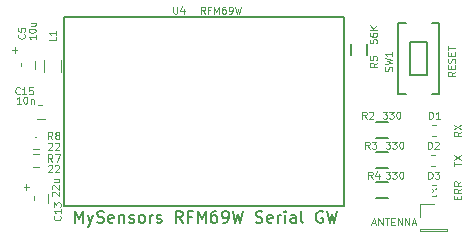
<source format=gto>
G04 #@! TF.GenerationSoftware,KiCad,Pcbnew,no-vcs-found-c20cf4a~58~ubuntu16.04.1*
G04 #@! TF.CreationDate,2017-03-22T17:50:22+02:00*
G04 #@! TF.ProjectId,serial_gw_ATMEGA328P,73657269616C5F67775F41544D454741,rev?*
G04 #@! TF.FileFunction,Legend,Top*
G04 #@! TF.FilePolarity,Positive*
%FSLAX46Y46*%
G04 Gerber Fmt 4.6, Leading zero omitted, Abs format (unit mm)*
G04 Created by KiCad (PCBNEW no-vcs-found-c20cf4a~58~ubuntu16.04.1) date Wed Mar 22 17:50:22 2017*
%MOMM*%
%LPD*%
G01*
G04 APERTURE LIST*
%ADD10C,0.100000*%
%ADD11C,0.120000*%
%ADD12C,0.200000*%
%ADD13C,0.150000*%
%ADD14C,1.901140*%
%ADD15C,3.399740*%
%ADD16R,1.750000X1.750000*%
%ADD17R,1.150000X1.600000*%
%ADD18R,2.000000X2.400000*%
%ADD19R,1.200000X1.200000*%
%ADD20R,1.600000X1.300000*%
%ADD21R,1.300000X1.600000*%
%ADD22R,3.400000X1.600000*%
%ADD23R,1.600000X1.150000*%
%ADD24R,0.800000X1.000000*%
G04 APERTURE END LIST*
D10*
D11*
X77528571Y-78042857D02*
X77071428Y-78042857D01*
X77300000Y-78271428D02*
X77300000Y-77814285D01*
X78071428Y-89642857D02*
X78528571Y-89642857D01*
X78300000Y-89871428D02*
X78300000Y-89414285D01*
D12*
X82424380Y-92654380D02*
X82424380Y-91654380D01*
X82757714Y-92368666D01*
X83091047Y-91654380D01*
X83091047Y-92654380D01*
X83472000Y-91987714D02*
X83710095Y-92654380D01*
X83948190Y-91987714D02*
X83710095Y-92654380D01*
X83614857Y-92892476D01*
X83567238Y-92940095D01*
X83472000Y-92987714D01*
X84281523Y-92606761D02*
X84424380Y-92654380D01*
X84662476Y-92654380D01*
X84757714Y-92606761D01*
X84805333Y-92559142D01*
X84852952Y-92463904D01*
X84852952Y-92368666D01*
X84805333Y-92273428D01*
X84757714Y-92225809D01*
X84662476Y-92178190D01*
X84472000Y-92130571D01*
X84376761Y-92082952D01*
X84329142Y-92035333D01*
X84281523Y-91940095D01*
X84281523Y-91844857D01*
X84329142Y-91749619D01*
X84376761Y-91702000D01*
X84472000Y-91654380D01*
X84710095Y-91654380D01*
X84852952Y-91702000D01*
X85662476Y-92606761D02*
X85567238Y-92654380D01*
X85376761Y-92654380D01*
X85281523Y-92606761D01*
X85233904Y-92511523D01*
X85233904Y-92130571D01*
X85281523Y-92035333D01*
X85376761Y-91987714D01*
X85567238Y-91987714D01*
X85662476Y-92035333D01*
X85710095Y-92130571D01*
X85710095Y-92225809D01*
X85233904Y-92321047D01*
X86138666Y-91987714D02*
X86138666Y-92654380D01*
X86138666Y-92082952D02*
X86186285Y-92035333D01*
X86281523Y-91987714D01*
X86424380Y-91987714D01*
X86519619Y-92035333D01*
X86567238Y-92130571D01*
X86567238Y-92654380D01*
X86995809Y-92606761D02*
X87091047Y-92654380D01*
X87281523Y-92654380D01*
X87376761Y-92606761D01*
X87424380Y-92511523D01*
X87424380Y-92463904D01*
X87376761Y-92368666D01*
X87281523Y-92321047D01*
X87138666Y-92321047D01*
X87043428Y-92273428D01*
X86995809Y-92178190D01*
X86995809Y-92130571D01*
X87043428Y-92035333D01*
X87138666Y-91987714D01*
X87281523Y-91987714D01*
X87376761Y-92035333D01*
X87995809Y-92654380D02*
X87900571Y-92606761D01*
X87852952Y-92559142D01*
X87805333Y-92463904D01*
X87805333Y-92178190D01*
X87852952Y-92082952D01*
X87900571Y-92035333D01*
X87995809Y-91987714D01*
X88138666Y-91987714D01*
X88233904Y-92035333D01*
X88281523Y-92082952D01*
X88329142Y-92178190D01*
X88329142Y-92463904D01*
X88281523Y-92559142D01*
X88233904Y-92606761D01*
X88138666Y-92654380D01*
X87995809Y-92654380D01*
X88757714Y-92654380D02*
X88757714Y-91987714D01*
X88757714Y-92178190D02*
X88805333Y-92082952D01*
X88852952Y-92035333D01*
X88948190Y-91987714D01*
X89043428Y-91987714D01*
X89329142Y-92606761D02*
X89424380Y-92654380D01*
X89614857Y-92654380D01*
X89710095Y-92606761D01*
X89757714Y-92511523D01*
X89757714Y-92463904D01*
X89710095Y-92368666D01*
X89614857Y-92321047D01*
X89472000Y-92321047D01*
X89376761Y-92273428D01*
X89329142Y-92178190D01*
X89329142Y-92130571D01*
X89376761Y-92035333D01*
X89472000Y-91987714D01*
X89614857Y-91987714D01*
X89710095Y-92035333D01*
X91519619Y-92654380D02*
X91186285Y-92178190D01*
X90948190Y-92654380D02*
X90948190Y-91654380D01*
X91329142Y-91654380D01*
X91424380Y-91702000D01*
X91472000Y-91749619D01*
X91519619Y-91844857D01*
X91519619Y-91987714D01*
X91472000Y-92082952D01*
X91424380Y-92130571D01*
X91329142Y-92178190D01*
X90948190Y-92178190D01*
X92281523Y-92130571D02*
X91948190Y-92130571D01*
X91948190Y-92654380D02*
X91948190Y-91654380D01*
X92424380Y-91654380D01*
X92805333Y-92654380D02*
X92805333Y-91654380D01*
X93138666Y-92368666D01*
X93472000Y-91654380D01*
X93472000Y-92654380D01*
X94376761Y-91654380D02*
X94186285Y-91654380D01*
X94091047Y-91702000D01*
X94043428Y-91749619D01*
X93948190Y-91892476D01*
X93900571Y-92082952D01*
X93900571Y-92463904D01*
X93948190Y-92559142D01*
X93995809Y-92606761D01*
X94091047Y-92654380D01*
X94281523Y-92654380D01*
X94376761Y-92606761D01*
X94424380Y-92559142D01*
X94472000Y-92463904D01*
X94472000Y-92225809D01*
X94424380Y-92130571D01*
X94376761Y-92082952D01*
X94281523Y-92035333D01*
X94091047Y-92035333D01*
X93995809Y-92082952D01*
X93948190Y-92130571D01*
X93900571Y-92225809D01*
X94948190Y-92654380D02*
X95138666Y-92654380D01*
X95233904Y-92606761D01*
X95281523Y-92559142D01*
X95376761Y-92416285D01*
X95424380Y-92225809D01*
X95424380Y-91844857D01*
X95376761Y-91749619D01*
X95329142Y-91702000D01*
X95233904Y-91654380D01*
X95043428Y-91654380D01*
X94948190Y-91702000D01*
X94900571Y-91749619D01*
X94852952Y-91844857D01*
X94852952Y-92082952D01*
X94900571Y-92178190D01*
X94948190Y-92225809D01*
X95043428Y-92273428D01*
X95233904Y-92273428D01*
X95329142Y-92225809D01*
X95376761Y-92178190D01*
X95424380Y-92082952D01*
X95757714Y-91654380D02*
X95995809Y-92654380D01*
X96186285Y-91940095D01*
X96376761Y-92654380D01*
X96614857Y-91654380D01*
X97710095Y-92606761D02*
X97852952Y-92654380D01*
X98091047Y-92654380D01*
X98186285Y-92606761D01*
X98233904Y-92559142D01*
X98281523Y-92463904D01*
X98281523Y-92368666D01*
X98233904Y-92273428D01*
X98186285Y-92225809D01*
X98091047Y-92178190D01*
X97900571Y-92130571D01*
X97805333Y-92082952D01*
X97757714Y-92035333D01*
X97710095Y-91940095D01*
X97710095Y-91844857D01*
X97757714Y-91749619D01*
X97805333Y-91702000D01*
X97900571Y-91654380D01*
X98138666Y-91654380D01*
X98281523Y-91702000D01*
X99091047Y-92606761D02*
X98995809Y-92654380D01*
X98805333Y-92654380D01*
X98710095Y-92606761D01*
X98662476Y-92511523D01*
X98662476Y-92130571D01*
X98710095Y-92035333D01*
X98805333Y-91987714D01*
X98995809Y-91987714D01*
X99091047Y-92035333D01*
X99138666Y-92130571D01*
X99138666Y-92225809D01*
X98662476Y-92321047D01*
X99567238Y-92654380D02*
X99567238Y-91987714D01*
X99567238Y-92178190D02*
X99614857Y-92082952D01*
X99662476Y-92035333D01*
X99757714Y-91987714D01*
X99852952Y-91987714D01*
X100186285Y-92654380D02*
X100186285Y-91987714D01*
X100186285Y-91654380D02*
X100138666Y-91702000D01*
X100186285Y-91749619D01*
X100233904Y-91702000D01*
X100186285Y-91654380D01*
X100186285Y-91749619D01*
X101091047Y-92654380D02*
X101091047Y-92130571D01*
X101043428Y-92035333D01*
X100948190Y-91987714D01*
X100757714Y-91987714D01*
X100662476Y-92035333D01*
X101091047Y-92606761D02*
X100995809Y-92654380D01*
X100757714Y-92654380D01*
X100662476Y-92606761D01*
X100614857Y-92511523D01*
X100614857Y-92416285D01*
X100662476Y-92321047D01*
X100757714Y-92273428D01*
X100995809Y-92273428D01*
X101091047Y-92225809D01*
X101710095Y-92654380D02*
X101614857Y-92606761D01*
X101567238Y-92511523D01*
X101567238Y-91654380D01*
X103376761Y-91702000D02*
X103281523Y-91654380D01*
X103138666Y-91654380D01*
X102995809Y-91702000D01*
X102900571Y-91797238D01*
X102852952Y-91892476D01*
X102805333Y-92082952D01*
X102805333Y-92225809D01*
X102852952Y-92416285D01*
X102900571Y-92511523D01*
X102995809Y-92606761D01*
X103138666Y-92654380D01*
X103233904Y-92654380D01*
X103376761Y-92606761D01*
X103424380Y-92559142D01*
X103424380Y-92225809D01*
X103233904Y-92225809D01*
X103757714Y-91654380D02*
X103995809Y-92654380D01*
X104186285Y-91940095D01*
X104376761Y-92654380D01*
X104614857Y-91654380D01*
D11*
X111656000Y-93202000D02*
X111656000Y-93322000D01*
X111656000Y-93322000D02*
X113896000Y-93322000D01*
X113896000Y-93322000D02*
X113896000Y-93202000D01*
X113896000Y-93202000D02*
X111656000Y-93202000D01*
X111656000Y-92202000D02*
X111656000Y-91082000D01*
X111656000Y-91082000D02*
X112776000Y-91082000D01*
X80102000Y-90262000D02*
X80102000Y-90962000D01*
X78902000Y-90962000D02*
X78902000Y-90262000D01*
D13*
X110806000Y-80140000D02*
X110806000Y-77340000D01*
X110806000Y-77340000D02*
X112206000Y-77340000D01*
X112206000Y-77340000D02*
X112206000Y-80140000D01*
X112206000Y-80140000D02*
X110806000Y-80140000D01*
X109756000Y-75740000D02*
X110406000Y-75740000D01*
X113256000Y-75740000D02*
X112606000Y-75740000D01*
X112606000Y-81740000D02*
X113256000Y-81740000D01*
X109756000Y-81740000D02*
X110406000Y-81740000D01*
X109756000Y-75740000D02*
X109756000Y-81740000D01*
X113256000Y-81740000D02*
X113256000Y-75740000D01*
D11*
X114114000Y-85336000D02*
X112014000Y-85336000D01*
X114114000Y-84336000D02*
X112014000Y-84336000D01*
X114114000Y-85336000D02*
X114114000Y-84336000D01*
X114038000Y-87876000D02*
X114038000Y-86876000D01*
X114038000Y-86876000D02*
X111938000Y-86876000D01*
X114038000Y-87876000D02*
X111938000Y-87876000D01*
X114114000Y-90416000D02*
X112014000Y-90416000D01*
X114114000Y-89416000D02*
X112014000Y-89416000D01*
X114114000Y-90416000D02*
X114114000Y-89416000D01*
D13*
X107874000Y-84161000D02*
X108874000Y-84161000D01*
X108874000Y-85511000D02*
X107874000Y-85511000D01*
X108874000Y-88051000D02*
X107874000Y-88051000D01*
X107874000Y-86701000D02*
X108874000Y-86701000D01*
X107874000Y-89241000D02*
X108874000Y-89241000D01*
X108874000Y-90591000D02*
X107874000Y-90591000D01*
X105751000Y-78478000D02*
X105751000Y-77478000D01*
X107101000Y-77478000D02*
X107101000Y-78478000D01*
X81480000Y-75264000D02*
X105180000Y-75264000D01*
X105180000Y-75264000D02*
X105180000Y-91264000D01*
X105180000Y-91264000D02*
X81480000Y-91264000D01*
X81480000Y-91264000D02*
X81480000Y-75264000D01*
D11*
X79820000Y-79900000D02*
X79820000Y-78900000D01*
X81180000Y-78900000D02*
X81180000Y-79900000D01*
X77800000Y-79650000D02*
X77800000Y-78950000D01*
X79000000Y-78950000D02*
X79000000Y-79650000D01*
X79150000Y-82700000D02*
X79850000Y-82700000D01*
X79850000Y-83900000D02*
X79150000Y-83900000D01*
X78850000Y-87930000D02*
X79350000Y-87930000D01*
X79350000Y-86870000D02*
X78850000Y-86870000D01*
X79350000Y-85370000D02*
X78850000Y-85370000D01*
X78850000Y-86430000D02*
X79350000Y-86430000D01*
X112333142Y-90353428D02*
X112333142Y-89753428D01*
X112561714Y-89753428D01*
X112618857Y-89782000D01*
X112647428Y-89810571D01*
X112676000Y-89867714D01*
X112676000Y-89953428D01*
X112647428Y-90010571D01*
X112618857Y-90039142D01*
X112561714Y-90067714D01*
X112333142Y-90067714D01*
X112904571Y-89810571D02*
X112933142Y-89782000D01*
X112990285Y-89753428D01*
X113133142Y-89753428D01*
X113190285Y-89782000D01*
X113218857Y-89810571D01*
X113247428Y-89867714D01*
X113247428Y-89924857D01*
X113218857Y-90010571D01*
X112876000Y-90353428D01*
X113247428Y-90353428D01*
X107557142Y-92700000D02*
X107842857Y-92700000D01*
X107500000Y-92871428D02*
X107700000Y-92271428D01*
X107900000Y-92871428D01*
X108100000Y-92871428D02*
X108100000Y-92271428D01*
X108442857Y-92871428D01*
X108442857Y-92271428D01*
X108642857Y-92271428D02*
X108985714Y-92271428D01*
X108814285Y-92871428D02*
X108814285Y-92271428D01*
X109185714Y-92557142D02*
X109385714Y-92557142D01*
X109471428Y-92871428D02*
X109185714Y-92871428D01*
X109185714Y-92271428D01*
X109471428Y-92271428D01*
X109728571Y-92871428D02*
X109728571Y-92271428D01*
X110071428Y-92871428D01*
X110071428Y-92271428D01*
X110357142Y-92871428D02*
X110357142Y-92271428D01*
X110700000Y-92871428D01*
X110700000Y-92271428D01*
X110957142Y-92700000D02*
X111242857Y-92700000D01*
X110900000Y-92871428D02*
X111100000Y-92271428D01*
X111300000Y-92871428D01*
X81130285Y-92079714D02*
X81158857Y-92108285D01*
X81187428Y-92194000D01*
X81187428Y-92251142D01*
X81158857Y-92336857D01*
X81101714Y-92394000D01*
X81044571Y-92422571D01*
X80930285Y-92451142D01*
X80844571Y-92451142D01*
X80730285Y-92422571D01*
X80673142Y-92394000D01*
X80616000Y-92336857D01*
X80587428Y-92251142D01*
X80587428Y-92194000D01*
X80616000Y-92108285D01*
X80644571Y-92079714D01*
X81187428Y-91508285D02*
X81187428Y-91851142D01*
X81187428Y-91679714D02*
X80587428Y-91679714D01*
X80673142Y-91736857D01*
X80730285Y-91794000D01*
X80758857Y-91851142D01*
X80587428Y-91308285D02*
X80587428Y-90936857D01*
X80816000Y-91136857D01*
X80816000Y-91051142D01*
X80844571Y-90994000D01*
X80873142Y-90965428D01*
X80930285Y-90936857D01*
X81073142Y-90936857D01*
X81130285Y-90965428D01*
X81158857Y-90994000D01*
X81187428Y-91051142D01*
X81187428Y-91222571D01*
X81158857Y-91279714D01*
X81130285Y-91308285D01*
X80500571Y-90390571D02*
X80472000Y-90362000D01*
X80443428Y-90304857D01*
X80443428Y-90162000D01*
X80472000Y-90104857D01*
X80500571Y-90076285D01*
X80557714Y-90047714D01*
X80614857Y-90047714D01*
X80700571Y-90076285D01*
X81043428Y-90419142D01*
X81043428Y-90047714D01*
X80500571Y-89819142D02*
X80472000Y-89790571D01*
X80443428Y-89733428D01*
X80443428Y-89590571D01*
X80472000Y-89533428D01*
X80500571Y-89504857D01*
X80557714Y-89476285D01*
X80614857Y-89476285D01*
X80700571Y-89504857D01*
X81043428Y-89847714D01*
X81043428Y-89476285D01*
X80643428Y-88962000D02*
X81043428Y-88962000D01*
X80643428Y-89219142D02*
X80957714Y-89219142D01*
X81014857Y-89190571D01*
X81043428Y-89133428D01*
X81043428Y-89047714D01*
X81014857Y-88990571D01*
X80986285Y-88962000D01*
X109208857Y-79794000D02*
X109237428Y-79708285D01*
X109237428Y-79565428D01*
X109208857Y-79508285D01*
X109180285Y-79479714D01*
X109123142Y-79451142D01*
X109066000Y-79451142D01*
X109008857Y-79479714D01*
X108980285Y-79508285D01*
X108951714Y-79565428D01*
X108923142Y-79679714D01*
X108894571Y-79736857D01*
X108866000Y-79765428D01*
X108808857Y-79794000D01*
X108751714Y-79794000D01*
X108694571Y-79765428D01*
X108666000Y-79736857D01*
X108637428Y-79679714D01*
X108637428Y-79536857D01*
X108666000Y-79451142D01*
X108637428Y-79251142D02*
X109237428Y-79108285D01*
X108808857Y-78994000D01*
X109237428Y-78879714D01*
X108637428Y-78736857D01*
X109237428Y-78194000D02*
X109237428Y-78536857D01*
X109237428Y-78365428D02*
X108637428Y-78365428D01*
X108723142Y-78422571D01*
X108780285Y-78479714D01*
X108808857Y-78536857D01*
X114571428Y-79865428D02*
X114285714Y-80065428D01*
X114571428Y-80208285D02*
X113971428Y-80208285D01*
X113971428Y-79979714D01*
X114000000Y-79922571D01*
X114028571Y-79894000D01*
X114085714Y-79865428D01*
X114171428Y-79865428D01*
X114228571Y-79894000D01*
X114257142Y-79922571D01*
X114285714Y-79979714D01*
X114285714Y-80208285D01*
X114257142Y-79608285D02*
X114257142Y-79408285D01*
X114571428Y-79322571D02*
X114571428Y-79608285D01*
X113971428Y-79608285D01*
X113971428Y-79322571D01*
X114542857Y-79094000D02*
X114571428Y-79008285D01*
X114571428Y-78865428D01*
X114542857Y-78808285D01*
X114514285Y-78779714D01*
X114457142Y-78751142D01*
X114400000Y-78751142D01*
X114342857Y-78779714D01*
X114314285Y-78808285D01*
X114285714Y-78865428D01*
X114257142Y-78979714D01*
X114228571Y-79036857D01*
X114200000Y-79065428D01*
X114142857Y-79094000D01*
X114085714Y-79094000D01*
X114028571Y-79065428D01*
X114000000Y-79036857D01*
X113971428Y-78979714D01*
X113971428Y-78836857D01*
X114000000Y-78751142D01*
X114257142Y-78494000D02*
X114257142Y-78294000D01*
X114571428Y-78208285D02*
X114571428Y-78494000D01*
X113971428Y-78494000D01*
X113971428Y-78208285D01*
X113971428Y-78036857D02*
X113971428Y-77694000D01*
X114571428Y-77865428D02*
X113971428Y-77865428D01*
X112371142Y-83837428D02*
X112371142Y-83237428D01*
X112514000Y-83237428D01*
X112599714Y-83266000D01*
X112656857Y-83323142D01*
X112685428Y-83380285D01*
X112714000Y-83494571D01*
X112714000Y-83580285D01*
X112685428Y-83694571D01*
X112656857Y-83751714D01*
X112599714Y-83808857D01*
X112514000Y-83837428D01*
X112371142Y-83837428D01*
X113285428Y-83837428D02*
X112942571Y-83837428D01*
X113114000Y-83837428D02*
X113114000Y-83237428D01*
X113056857Y-83323142D01*
X112999714Y-83380285D01*
X112942571Y-83408857D01*
X115079428Y-84936000D02*
X114793714Y-85136000D01*
X115079428Y-85278857D02*
X114479428Y-85278857D01*
X114479428Y-85050285D01*
X114508000Y-84993142D01*
X114536571Y-84964571D01*
X114593714Y-84936000D01*
X114679428Y-84936000D01*
X114736571Y-84964571D01*
X114765142Y-84993142D01*
X114793714Y-85050285D01*
X114793714Y-85278857D01*
X114479428Y-84736000D02*
X115079428Y-84336000D01*
X114479428Y-84336000D02*
X115079428Y-84736000D01*
X112295142Y-86377428D02*
X112295142Y-85777428D01*
X112438000Y-85777428D01*
X112523714Y-85806000D01*
X112580857Y-85863142D01*
X112609428Y-85920285D01*
X112638000Y-86034571D01*
X112638000Y-86120285D01*
X112609428Y-86234571D01*
X112580857Y-86291714D01*
X112523714Y-86348857D01*
X112438000Y-86377428D01*
X112295142Y-86377428D01*
X112866571Y-85834571D02*
X112895142Y-85806000D01*
X112952285Y-85777428D01*
X113095142Y-85777428D01*
X113152285Y-85806000D01*
X113180857Y-85834571D01*
X113209428Y-85891714D01*
X113209428Y-85948857D01*
X113180857Y-86034571D01*
X112838000Y-86377428D01*
X113209428Y-86377428D01*
X114479428Y-87833142D02*
X114479428Y-87490285D01*
X115079428Y-87661714D02*
X114479428Y-87661714D01*
X114479428Y-87347428D02*
X115079428Y-86947428D01*
X114479428Y-86947428D02*
X115079428Y-87347428D01*
X112333142Y-88917428D02*
X112333142Y-88317428D01*
X112476000Y-88317428D01*
X112561714Y-88346000D01*
X112618857Y-88403142D01*
X112647428Y-88460285D01*
X112676000Y-88574571D01*
X112676000Y-88660285D01*
X112647428Y-88774571D01*
X112618857Y-88831714D01*
X112561714Y-88888857D01*
X112476000Y-88917428D01*
X112333142Y-88917428D01*
X112876000Y-88317428D02*
X113247428Y-88317428D01*
X113047428Y-88546000D01*
X113133142Y-88546000D01*
X113190285Y-88574571D01*
X113218857Y-88603142D01*
X113247428Y-88660285D01*
X113247428Y-88803142D01*
X113218857Y-88860285D01*
X113190285Y-88888857D01*
X113133142Y-88917428D01*
X112961714Y-88917428D01*
X112904571Y-88888857D01*
X112876000Y-88860285D01*
X114765142Y-90644571D02*
X114765142Y-90444571D01*
X115079428Y-90358857D02*
X115079428Y-90644571D01*
X114479428Y-90644571D01*
X114479428Y-90358857D01*
X115079428Y-89758857D02*
X114793714Y-89958857D01*
X115079428Y-90101714D02*
X114479428Y-90101714D01*
X114479428Y-89873142D01*
X114508000Y-89816000D01*
X114536571Y-89787428D01*
X114593714Y-89758857D01*
X114679428Y-89758857D01*
X114736571Y-89787428D01*
X114765142Y-89816000D01*
X114793714Y-89873142D01*
X114793714Y-90101714D01*
X115079428Y-89158857D02*
X114793714Y-89358857D01*
X115079428Y-89501714D02*
X114479428Y-89501714D01*
X114479428Y-89273142D01*
X114508000Y-89216000D01*
X114536571Y-89187428D01*
X114593714Y-89158857D01*
X114679428Y-89158857D01*
X114736571Y-89187428D01*
X114765142Y-89216000D01*
X114793714Y-89273142D01*
X114793714Y-89501714D01*
X107088000Y-83837428D02*
X106888000Y-83551714D01*
X106745142Y-83837428D02*
X106745142Y-83237428D01*
X106973714Y-83237428D01*
X107030857Y-83266000D01*
X107059428Y-83294571D01*
X107088000Y-83351714D01*
X107088000Y-83437428D01*
X107059428Y-83494571D01*
X107030857Y-83523142D01*
X106973714Y-83551714D01*
X106745142Y-83551714D01*
X107316571Y-83294571D02*
X107345142Y-83266000D01*
X107402285Y-83237428D01*
X107545142Y-83237428D01*
X107602285Y-83266000D01*
X107630857Y-83294571D01*
X107659428Y-83351714D01*
X107659428Y-83408857D01*
X107630857Y-83494571D01*
X107288000Y-83837428D01*
X107659428Y-83837428D01*
X108448571Y-83237428D02*
X108820000Y-83237428D01*
X108620000Y-83466000D01*
X108705714Y-83466000D01*
X108762857Y-83494571D01*
X108791428Y-83523142D01*
X108820000Y-83580285D01*
X108820000Y-83723142D01*
X108791428Y-83780285D01*
X108762857Y-83808857D01*
X108705714Y-83837428D01*
X108534285Y-83837428D01*
X108477142Y-83808857D01*
X108448571Y-83780285D01*
X109020000Y-83237428D02*
X109391428Y-83237428D01*
X109191428Y-83466000D01*
X109277142Y-83466000D01*
X109334285Y-83494571D01*
X109362857Y-83523142D01*
X109391428Y-83580285D01*
X109391428Y-83723142D01*
X109362857Y-83780285D01*
X109334285Y-83808857D01*
X109277142Y-83837428D01*
X109105714Y-83837428D01*
X109048571Y-83808857D01*
X109020000Y-83780285D01*
X109762857Y-83237428D02*
X109820000Y-83237428D01*
X109877142Y-83266000D01*
X109905714Y-83294571D01*
X109934285Y-83351714D01*
X109962857Y-83466000D01*
X109962857Y-83608857D01*
X109934285Y-83723142D01*
X109905714Y-83780285D01*
X109877142Y-83808857D01*
X109820000Y-83837428D01*
X109762857Y-83837428D01*
X109705714Y-83808857D01*
X109677142Y-83780285D01*
X109648571Y-83723142D01*
X109620000Y-83608857D01*
X109620000Y-83466000D01*
X109648571Y-83351714D01*
X109677142Y-83294571D01*
X109705714Y-83266000D01*
X109762857Y-83237428D01*
X107342000Y-86377428D02*
X107142000Y-86091714D01*
X106999142Y-86377428D02*
X106999142Y-85777428D01*
X107227714Y-85777428D01*
X107284857Y-85806000D01*
X107313428Y-85834571D01*
X107342000Y-85891714D01*
X107342000Y-85977428D01*
X107313428Y-86034571D01*
X107284857Y-86063142D01*
X107227714Y-86091714D01*
X106999142Y-86091714D01*
X107542000Y-85777428D02*
X107913428Y-85777428D01*
X107713428Y-86006000D01*
X107799142Y-86006000D01*
X107856285Y-86034571D01*
X107884857Y-86063142D01*
X107913428Y-86120285D01*
X107913428Y-86263142D01*
X107884857Y-86320285D01*
X107856285Y-86348857D01*
X107799142Y-86377428D01*
X107627714Y-86377428D01*
X107570571Y-86348857D01*
X107542000Y-86320285D01*
X108702571Y-85777428D02*
X109074000Y-85777428D01*
X108874000Y-86006000D01*
X108959714Y-86006000D01*
X109016857Y-86034571D01*
X109045428Y-86063142D01*
X109074000Y-86120285D01*
X109074000Y-86263142D01*
X109045428Y-86320285D01*
X109016857Y-86348857D01*
X108959714Y-86377428D01*
X108788285Y-86377428D01*
X108731142Y-86348857D01*
X108702571Y-86320285D01*
X109274000Y-85777428D02*
X109645428Y-85777428D01*
X109445428Y-86006000D01*
X109531142Y-86006000D01*
X109588285Y-86034571D01*
X109616857Y-86063142D01*
X109645428Y-86120285D01*
X109645428Y-86263142D01*
X109616857Y-86320285D01*
X109588285Y-86348857D01*
X109531142Y-86377428D01*
X109359714Y-86377428D01*
X109302571Y-86348857D01*
X109274000Y-86320285D01*
X110016857Y-85777428D02*
X110074000Y-85777428D01*
X110131142Y-85806000D01*
X110159714Y-85834571D01*
X110188285Y-85891714D01*
X110216857Y-86006000D01*
X110216857Y-86148857D01*
X110188285Y-86263142D01*
X110159714Y-86320285D01*
X110131142Y-86348857D01*
X110074000Y-86377428D01*
X110016857Y-86377428D01*
X109959714Y-86348857D01*
X109931142Y-86320285D01*
X109902571Y-86263142D01*
X109874000Y-86148857D01*
X109874000Y-86006000D01*
X109902571Y-85891714D01*
X109931142Y-85834571D01*
X109959714Y-85806000D01*
X110016857Y-85777428D01*
X107596000Y-88917428D02*
X107396000Y-88631714D01*
X107253142Y-88917428D02*
X107253142Y-88317428D01*
X107481714Y-88317428D01*
X107538857Y-88346000D01*
X107567428Y-88374571D01*
X107596000Y-88431714D01*
X107596000Y-88517428D01*
X107567428Y-88574571D01*
X107538857Y-88603142D01*
X107481714Y-88631714D01*
X107253142Y-88631714D01*
X108110285Y-88517428D02*
X108110285Y-88917428D01*
X107967428Y-88288857D02*
X107824571Y-88717428D01*
X108196000Y-88717428D01*
X108702571Y-88317428D02*
X109074000Y-88317428D01*
X108874000Y-88546000D01*
X108959714Y-88546000D01*
X109016857Y-88574571D01*
X109045428Y-88603142D01*
X109074000Y-88660285D01*
X109074000Y-88803142D01*
X109045428Y-88860285D01*
X109016857Y-88888857D01*
X108959714Y-88917428D01*
X108788285Y-88917428D01*
X108731142Y-88888857D01*
X108702571Y-88860285D01*
X109274000Y-88317428D02*
X109645428Y-88317428D01*
X109445428Y-88546000D01*
X109531142Y-88546000D01*
X109588285Y-88574571D01*
X109616857Y-88603142D01*
X109645428Y-88660285D01*
X109645428Y-88803142D01*
X109616857Y-88860285D01*
X109588285Y-88888857D01*
X109531142Y-88917428D01*
X109359714Y-88917428D01*
X109302571Y-88888857D01*
X109274000Y-88860285D01*
X110016857Y-88317428D02*
X110074000Y-88317428D01*
X110131142Y-88346000D01*
X110159714Y-88374571D01*
X110188285Y-88431714D01*
X110216857Y-88546000D01*
X110216857Y-88688857D01*
X110188285Y-88803142D01*
X110159714Y-88860285D01*
X110131142Y-88888857D01*
X110074000Y-88917428D01*
X110016857Y-88917428D01*
X109959714Y-88888857D01*
X109931142Y-88860285D01*
X109902571Y-88803142D01*
X109874000Y-88688857D01*
X109874000Y-88546000D01*
X109902571Y-88431714D01*
X109931142Y-88374571D01*
X109959714Y-88346000D01*
X110016857Y-88317428D01*
X107967428Y-79094000D02*
X107681714Y-79294000D01*
X107967428Y-79436857D02*
X107367428Y-79436857D01*
X107367428Y-79208285D01*
X107396000Y-79151142D01*
X107424571Y-79122571D01*
X107481714Y-79094000D01*
X107567428Y-79094000D01*
X107624571Y-79122571D01*
X107653142Y-79151142D01*
X107681714Y-79208285D01*
X107681714Y-79436857D01*
X107367428Y-78551142D02*
X107367428Y-78836857D01*
X107653142Y-78865428D01*
X107624571Y-78836857D01*
X107596000Y-78779714D01*
X107596000Y-78636857D01*
X107624571Y-78579714D01*
X107653142Y-78551142D01*
X107710285Y-78522571D01*
X107853142Y-78522571D01*
X107910285Y-78551142D01*
X107938857Y-78579714D01*
X107967428Y-78636857D01*
X107967428Y-78779714D01*
X107938857Y-78836857D01*
X107910285Y-78865428D01*
X107367428Y-77150857D02*
X107367428Y-77436571D01*
X107653142Y-77465142D01*
X107624571Y-77436571D01*
X107596000Y-77379428D01*
X107596000Y-77236571D01*
X107624571Y-77179428D01*
X107653142Y-77150857D01*
X107710285Y-77122285D01*
X107853142Y-77122285D01*
X107910285Y-77150857D01*
X107938857Y-77179428D01*
X107967428Y-77236571D01*
X107967428Y-77379428D01*
X107938857Y-77436571D01*
X107910285Y-77465142D01*
X107367428Y-76608000D02*
X107367428Y-76722285D01*
X107396000Y-76779428D01*
X107424571Y-76808000D01*
X107510285Y-76865142D01*
X107624571Y-76893714D01*
X107853142Y-76893714D01*
X107910285Y-76865142D01*
X107938857Y-76836571D01*
X107967428Y-76779428D01*
X107967428Y-76665142D01*
X107938857Y-76608000D01*
X107910285Y-76579428D01*
X107853142Y-76550857D01*
X107710285Y-76550857D01*
X107653142Y-76579428D01*
X107624571Y-76608000D01*
X107596000Y-76665142D01*
X107596000Y-76779428D01*
X107624571Y-76836571D01*
X107653142Y-76865142D01*
X107710285Y-76893714D01*
X107967428Y-76293714D02*
X107367428Y-76293714D01*
X107967428Y-75950857D02*
X107624571Y-76208000D01*
X107367428Y-75950857D02*
X107710285Y-76293714D01*
X90728857Y-74347428D02*
X90728857Y-74833142D01*
X90757428Y-74890285D01*
X90786000Y-74918857D01*
X90843142Y-74947428D01*
X90957428Y-74947428D01*
X91014571Y-74918857D01*
X91043142Y-74890285D01*
X91071714Y-74833142D01*
X91071714Y-74347428D01*
X91614571Y-74547428D02*
X91614571Y-74947428D01*
X91471714Y-74318857D02*
X91328857Y-74747428D01*
X91700285Y-74747428D01*
X93413428Y-74947428D02*
X93213428Y-74661714D01*
X93070571Y-74947428D02*
X93070571Y-74347428D01*
X93299142Y-74347428D01*
X93356285Y-74376000D01*
X93384857Y-74404571D01*
X93413428Y-74461714D01*
X93413428Y-74547428D01*
X93384857Y-74604571D01*
X93356285Y-74633142D01*
X93299142Y-74661714D01*
X93070571Y-74661714D01*
X93870571Y-74633142D02*
X93670571Y-74633142D01*
X93670571Y-74947428D02*
X93670571Y-74347428D01*
X93956285Y-74347428D01*
X94184857Y-74947428D02*
X94184857Y-74347428D01*
X94384857Y-74776000D01*
X94584857Y-74347428D01*
X94584857Y-74947428D01*
X95127714Y-74347428D02*
X95013428Y-74347428D01*
X94956285Y-74376000D01*
X94927714Y-74404571D01*
X94870571Y-74490285D01*
X94842000Y-74604571D01*
X94842000Y-74833142D01*
X94870571Y-74890285D01*
X94899142Y-74918857D01*
X94956285Y-74947428D01*
X95070571Y-74947428D01*
X95127714Y-74918857D01*
X95156285Y-74890285D01*
X95184857Y-74833142D01*
X95184857Y-74690285D01*
X95156285Y-74633142D01*
X95127714Y-74604571D01*
X95070571Y-74576000D01*
X94956285Y-74576000D01*
X94899142Y-74604571D01*
X94870571Y-74633142D01*
X94842000Y-74690285D01*
X95470571Y-74947428D02*
X95584857Y-74947428D01*
X95642000Y-74918857D01*
X95670571Y-74890285D01*
X95727714Y-74804571D01*
X95756285Y-74690285D01*
X95756285Y-74461714D01*
X95727714Y-74404571D01*
X95699142Y-74376000D01*
X95642000Y-74347428D01*
X95527714Y-74347428D01*
X95470571Y-74376000D01*
X95442000Y-74404571D01*
X95413428Y-74461714D01*
X95413428Y-74604571D01*
X95442000Y-74661714D01*
X95470571Y-74690285D01*
X95527714Y-74718857D01*
X95642000Y-74718857D01*
X95699142Y-74690285D01*
X95727714Y-74661714D01*
X95756285Y-74604571D01*
X95956285Y-74347428D02*
X96099142Y-74947428D01*
X96213428Y-74518857D01*
X96327714Y-74947428D01*
X96470571Y-74347428D01*
X80771428Y-76900000D02*
X80771428Y-77185714D01*
X80171428Y-77185714D01*
X80771428Y-76385714D02*
X80771428Y-76728571D01*
X80771428Y-76557142D02*
X80171428Y-76557142D01*
X80257142Y-76614285D01*
X80314285Y-76671428D01*
X80342857Y-76728571D01*
X78114285Y-76700000D02*
X78142857Y-76728571D01*
X78171428Y-76814285D01*
X78171428Y-76871428D01*
X78142857Y-76957142D01*
X78085714Y-77014285D01*
X78028571Y-77042857D01*
X77914285Y-77071428D01*
X77828571Y-77071428D01*
X77714285Y-77042857D01*
X77657142Y-77014285D01*
X77600000Y-76957142D01*
X77571428Y-76871428D01*
X77571428Y-76814285D01*
X77600000Y-76728571D01*
X77628571Y-76700000D01*
X77571428Y-76157142D02*
X77571428Y-76442857D01*
X77857142Y-76471428D01*
X77828571Y-76442857D01*
X77800000Y-76385714D01*
X77800000Y-76242857D01*
X77828571Y-76185714D01*
X77857142Y-76157142D01*
X77914285Y-76128571D01*
X78057142Y-76128571D01*
X78114285Y-76157142D01*
X78142857Y-76185714D01*
X78171428Y-76242857D01*
X78171428Y-76385714D01*
X78142857Y-76442857D01*
X78114285Y-76471428D01*
X79071428Y-76785714D02*
X79071428Y-77128571D01*
X79071428Y-76957142D02*
X78471428Y-76957142D01*
X78557142Y-77014285D01*
X78614285Y-77071428D01*
X78642857Y-77128571D01*
X78471428Y-76414285D02*
X78471428Y-76357142D01*
X78500000Y-76300000D01*
X78528571Y-76271428D01*
X78585714Y-76242857D01*
X78700000Y-76214285D01*
X78842857Y-76214285D01*
X78957142Y-76242857D01*
X79014285Y-76271428D01*
X79042857Y-76300000D01*
X79071428Y-76357142D01*
X79071428Y-76414285D01*
X79042857Y-76471428D01*
X79014285Y-76500000D01*
X78957142Y-76528571D01*
X78842857Y-76557142D01*
X78700000Y-76557142D01*
X78585714Y-76528571D01*
X78528571Y-76500000D01*
X78500000Y-76471428D01*
X78471428Y-76414285D01*
X78671428Y-75700000D02*
X79071428Y-75700000D01*
X78671428Y-75957142D02*
X78985714Y-75957142D01*
X79042857Y-75928571D01*
X79071428Y-75871428D01*
X79071428Y-75785714D01*
X79042857Y-75728571D01*
X79014285Y-75700000D01*
X77714285Y-81714285D02*
X77685714Y-81742857D01*
X77600000Y-81771428D01*
X77542857Y-81771428D01*
X77457142Y-81742857D01*
X77400000Y-81685714D01*
X77371428Y-81628571D01*
X77342857Y-81514285D01*
X77342857Y-81428571D01*
X77371428Y-81314285D01*
X77400000Y-81257142D01*
X77457142Y-81200000D01*
X77542857Y-81171428D01*
X77600000Y-81171428D01*
X77685714Y-81200000D01*
X77714285Y-81228571D01*
X78285714Y-81771428D02*
X77942857Y-81771428D01*
X78114285Y-81771428D02*
X78114285Y-81171428D01*
X78057142Y-81257142D01*
X78000000Y-81314285D01*
X77942857Y-81342857D01*
X78828571Y-81171428D02*
X78542857Y-81171428D01*
X78514285Y-81457142D01*
X78542857Y-81428571D01*
X78600000Y-81400000D01*
X78742857Y-81400000D01*
X78800000Y-81428571D01*
X78828571Y-81457142D01*
X78857142Y-81514285D01*
X78857142Y-81657142D01*
X78828571Y-81714285D01*
X78800000Y-81742857D01*
X78742857Y-81771428D01*
X78600000Y-81771428D01*
X78542857Y-81742857D01*
X78514285Y-81714285D01*
X77814285Y-82571428D02*
X77471428Y-82571428D01*
X77642857Y-82571428D02*
X77642857Y-81971428D01*
X77585714Y-82057142D01*
X77528571Y-82114285D01*
X77471428Y-82142857D01*
X78185714Y-81971428D02*
X78242857Y-81971428D01*
X78300000Y-82000000D01*
X78328571Y-82028571D01*
X78357142Y-82085714D01*
X78385714Y-82200000D01*
X78385714Y-82342857D01*
X78357142Y-82457142D01*
X78328571Y-82514285D01*
X78300000Y-82542857D01*
X78242857Y-82571428D01*
X78185714Y-82571428D01*
X78128571Y-82542857D01*
X78100000Y-82514285D01*
X78071428Y-82457142D01*
X78042857Y-82342857D01*
X78042857Y-82200000D01*
X78071428Y-82085714D01*
X78100000Y-82028571D01*
X78128571Y-82000000D01*
X78185714Y-81971428D01*
X78642857Y-82171428D02*
X78642857Y-82571428D01*
X78642857Y-82228571D02*
X78671428Y-82200000D01*
X78728571Y-82171428D01*
X78814285Y-82171428D01*
X78871428Y-82200000D01*
X78900000Y-82257142D01*
X78900000Y-82571428D01*
X80500000Y-87471428D02*
X80300000Y-87185714D01*
X80157142Y-87471428D02*
X80157142Y-86871428D01*
X80385714Y-86871428D01*
X80442857Y-86900000D01*
X80471428Y-86928571D01*
X80500000Y-86985714D01*
X80500000Y-87071428D01*
X80471428Y-87128571D01*
X80442857Y-87157142D01*
X80385714Y-87185714D01*
X80157142Y-87185714D01*
X80700000Y-86871428D02*
X81100000Y-86871428D01*
X80842857Y-87471428D01*
X80142857Y-87828571D02*
X80171428Y-87800000D01*
X80228571Y-87771428D01*
X80371428Y-87771428D01*
X80428571Y-87800000D01*
X80457142Y-87828571D01*
X80485714Y-87885714D01*
X80485714Y-87942857D01*
X80457142Y-88028571D01*
X80114285Y-88371428D01*
X80485714Y-88371428D01*
X80714285Y-87828571D02*
X80742857Y-87800000D01*
X80800000Y-87771428D01*
X80942857Y-87771428D01*
X81000000Y-87800000D01*
X81028571Y-87828571D01*
X81057142Y-87885714D01*
X81057142Y-87942857D01*
X81028571Y-88028571D01*
X80685714Y-88371428D01*
X81057142Y-88371428D01*
X80500000Y-85571428D02*
X80300000Y-85285714D01*
X80157142Y-85571428D02*
X80157142Y-84971428D01*
X80385714Y-84971428D01*
X80442857Y-85000000D01*
X80471428Y-85028571D01*
X80500000Y-85085714D01*
X80500000Y-85171428D01*
X80471428Y-85228571D01*
X80442857Y-85257142D01*
X80385714Y-85285714D01*
X80157142Y-85285714D01*
X80842857Y-85228571D02*
X80785714Y-85200000D01*
X80757142Y-85171428D01*
X80728571Y-85114285D01*
X80728571Y-85085714D01*
X80757142Y-85028571D01*
X80785714Y-85000000D01*
X80842857Y-84971428D01*
X80957142Y-84971428D01*
X81014285Y-85000000D01*
X81042857Y-85028571D01*
X81071428Y-85085714D01*
X81071428Y-85114285D01*
X81042857Y-85171428D01*
X81014285Y-85200000D01*
X80957142Y-85228571D01*
X80842857Y-85228571D01*
X80785714Y-85257142D01*
X80757142Y-85285714D01*
X80728571Y-85342857D01*
X80728571Y-85457142D01*
X80757142Y-85514285D01*
X80785714Y-85542857D01*
X80842857Y-85571428D01*
X80957142Y-85571428D01*
X81014285Y-85542857D01*
X81042857Y-85514285D01*
X81071428Y-85457142D01*
X81071428Y-85342857D01*
X81042857Y-85285714D01*
X81014285Y-85257142D01*
X80957142Y-85228571D01*
X80142857Y-85928571D02*
X80171428Y-85900000D01*
X80228571Y-85871428D01*
X80371428Y-85871428D01*
X80428571Y-85900000D01*
X80457142Y-85928571D01*
X80485714Y-85985714D01*
X80485714Y-86042857D01*
X80457142Y-86128571D01*
X80114285Y-86471428D01*
X80485714Y-86471428D01*
X80714285Y-85928571D02*
X80742857Y-85900000D01*
X80800000Y-85871428D01*
X80942857Y-85871428D01*
X81000000Y-85900000D01*
X81028571Y-85928571D01*
X81057142Y-85985714D01*
X81057142Y-86042857D01*
X81028571Y-86128571D01*
X80685714Y-86471428D01*
X81057142Y-86471428D01*
%LPC*%
D14*
X76207000Y-87422000D03*
X76207000Y-84882000D03*
X76207000Y-82850000D03*
X76207000Y-80310000D03*
D15*
X73540000Y-90470000D03*
X73540000Y-76754000D03*
D16*
X112776000Y-92202000D03*
D17*
X79502000Y-89662000D03*
X79502000Y-91562000D03*
D18*
X111506000Y-76040000D03*
X111506000Y-81440000D03*
D19*
X113614000Y-84836000D03*
X112014000Y-84836000D03*
X111938000Y-87376000D03*
X113538000Y-87376000D03*
X113614000Y-89916000D03*
X112014000Y-89916000D03*
D20*
X109474000Y-84836000D03*
X107274000Y-84836000D03*
X107274000Y-87376000D03*
X109474000Y-87376000D03*
X109474000Y-89916000D03*
X107274000Y-89916000D03*
D21*
X106426000Y-76878000D03*
X106426000Y-79078000D03*
D22*
X103180000Y-76264000D03*
X103180000Y-78264000D03*
X103180000Y-80264000D03*
X103180000Y-82264000D03*
X103180000Y-84264000D03*
X103180000Y-86264000D03*
X103180000Y-88264000D03*
X103180000Y-90264000D03*
X83480000Y-90264000D03*
X83480000Y-88264000D03*
X83480000Y-86264000D03*
X83480000Y-84264000D03*
X83480000Y-82264000D03*
X83480000Y-80264000D03*
X83480000Y-78264000D03*
X83480000Y-76264000D03*
D21*
X80500000Y-78300000D03*
X80500000Y-80500000D03*
D17*
X78400000Y-80250000D03*
X78400000Y-78350000D03*
D23*
X78550000Y-83300000D03*
X80450000Y-83300000D03*
D24*
X79550000Y-87400000D03*
X78650000Y-87400000D03*
X78650000Y-85900000D03*
X79550000Y-85900000D03*
M02*

</source>
